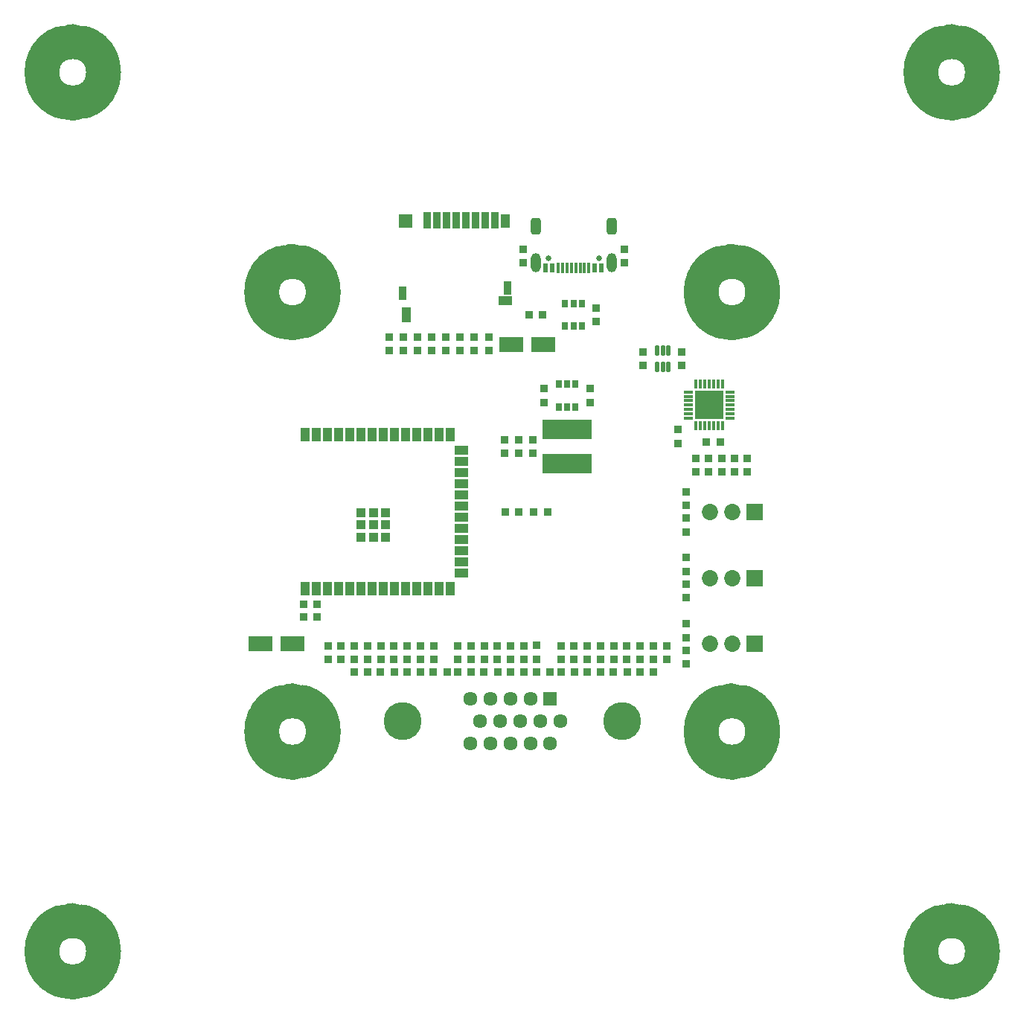
<source format=gts>
G04*
G04 #@! TF.GenerationSoftware,Altium Limited,Altium Designer,22.2.1 (43)*
G04*
G04 Layer_Color=8388736*
%FSLAX25Y25*%
%MOIN*%
G70*
G04*
G04 #@! TF.SameCoordinates,9388D860-640C-4D59-96FC-9271E4276608*
G04*
G04*
G04 #@! TF.FilePolarity,Negative*
G04*
G01*
G75*
%ADD39C,0.15748*%
%ADD40R,0.13110X0.13110*%
%ADD41R,0.01339X0.04173*%
%ADD42R,0.04173X0.01339*%
%ADD43R,0.03747X0.03550*%
%ADD44R,0.02762X0.03747*%
%ADD45R,0.22054X0.08865*%
%ADD46R,0.03550X0.03747*%
%ADD47R,0.03943X0.06306*%
%ADD48R,0.06306X0.03943*%
%ADD49R,0.03943X0.03943*%
%ADD50R,0.04337X0.06502*%
%ADD51R,0.03550X0.05912*%
%ADD52R,0.05945X0.04173*%
%ADD53R,0.03550X0.06306*%
%ADD54R,0.03550X0.07290*%
%ADD55R,0.06306X0.06306*%
%ADD56R,0.04337X0.06306*%
%ADD57R,0.10636X0.06699*%
G04:AMPARAMS|DCode=58|XSize=44.16mil|YSize=18.17mil|CornerRadius=3.77mil|HoleSize=0mil|Usage=FLASHONLY|Rotation=90.000|XOffset=0mil|YOffset=0mil|HoleType=Round|Shape=RoundedRectangle|*
%AMROUNDEDRECTD58*
21,1,0.04416,0.01063,0,0,90.0*
21,1,0.03661,0.01817,0,0,90.0*
1,1,0.00754,0.00532,0.01831*
1,1,0.00754,0.00532,-0.01831*
1,1,0.00754,-0.00532,-0.01831*
1,1,0.00754,-0.00532,0.01831*
%
%ADD58ROUNDEDRECTD58*%
%ADD59R,0.02402X0.04173*%
%ADD60R,0.01221X0.04764*%
%ADD61C,0.07290*%
%ADD62R,0.07290X0.07290*%
%ADD63C,0.06337*%
%ADD64C,0.16998*%
%ADD65R,0.06337X0.06337*%
G04:AMPARAMS|DCode=66|XSize=74.87mil|YSize=43.37mil|CornerRadius=11.84mil|HoleSize=0mil|Usage=FLASHONLY|Rotation=270.000|XOffset=0mil|YOffset=0mil|HoleType=Round|Shape=RoundedRectangle|*
%AMROUNDEDRECTD66*
21,1,0.07487,0.01968,0,0,270.0*
21,1,0.05118,0.04337,0,0,270.0*
1,1,0.02368,-0.00984,-0.02559*
1,1,0.02368,-0.00984,0.02559*
1,1,0.02368,0.00984,0.02559*
1,1,0.02368,0.00984,-0.02559*
%
%ADD66ROUNDEDRECTD66*%
%ADD67O,0.04337X0.08668*%
%ADD68C,0.02677*%
D39*
X112106Y98425D02*
G03*
X112106Y98425I-13780J0D01*
G01*
X210531Y-196850D02*
G03*
X210531Y-196850I-13780J0D01*
G01*
X112106Y-98425D02*
G03*
X112106Y-98425I-13780J0D01*
G01*
X210531Y196850D02*
G03*
X210531Y196850I-13780J0D01*
G01*
X-183169Y196850D02*
G03*
X-183169Y196850I-13780J0D01*
G01*
X-84744Y98425D02*
G03*
X-84744Y98425I-13780J0D01*
G01*
Y-98425D02*
G03*
X-84744Y-98425I-13780J0D01*
G01*
X-183169Y-196850D02*
G03*
X-183169Y-196850I-13780J0D01*
G01*
D40*
X88090Y47795D02*
D03*
D41*
X82185Y57087D02*
D03*
X84153D02*
D03*
X86122D02*
D03*
X88090D02*
D03*
X90059D02*
D03*
X92028D02*
D03*
X93996D02*
D03*
Y38504D02*
D03*
X92028D02*
D03*
X90059D02*
D03*
X88090D02*
D03*
X86122D02*
D03*
X84153D02*
D03*
X82185D02*
D03*
D42*
X97382Y53701D02*
D03*
Y51732D02*
D03*
Y49764D02*
D03*
Y47795D02*
D03*
Y45827D02*
D03*
Y43858D02*
D03*
Y41890D02*
D03*
X78799D02*
D03*
Y43858D02*
D03*
Y45827D02*
D03*
Y47795D02*
D03*
Y49764D02*
D03*
Y51732D02*
D03*
Y53701D02*
D03*
D43*
X105283Y24016D02*
D03*
Y17913D02*
D03*
X-3445Y32283D02*
D03*
Y26181D02*
D03*
X34744Y55118D02*
D03*
Y49016D02*
D03*
X93734Y24016D02*
D03*
X99508D02*
D03*
X87959D02*
D03*
X82185D02*
D03*
X-64862Y-66043D02*
D03*
X-70768D02*
D03*
X-58957D02*
D03*
X-53051D02*
D03*
X-47146D02*
D03*
X27559D02*
D03*
X21752D02*
D03*
X33563D02*
D03*
X39469D02*
D03*
X45374D02*
D03*
X51279D02*
D03*
X57185Y-66043D02*
D03*
X-24508Y-66043D02*
D03*
X-18602D02*
D03*
X-12697D02*
D03*
X-6791D02*
D03*
X-886D02*
D03*
X74016Y36811D02*
D03*
X9154Y32283D02*
D03*
Y26181D02*
D03*
X37402Y85138D02*
D03*
X-76772Y-59941D02*
D03*
X50000Y117618D02*
D03*
X4724D02*
D03*
X-64862Y-59941D02*
D03*
X-58957D02*
D03*
X-53051D02*
D03*
X-47146D02*
D03*
X-41240D02*
D03*
X-82677Y-66043D02*
D03*
Y-59941D02*
D03*
X-70768Y-59941D02*
D03*
X-35335Y-66043D02*
D03*
Y-59941D02*
D03*
X45374D02*
D03*
X51279D02*
D03*
X99508Y17913D02*
D03*
X21752Y-59941D02*
D03*
X5020Y-66043D02*
D03*
X-24508Y-59941D02*
D03*
X10925Y-65945D02*
D03*
X-55118Y78248D02*
D03*
X-36158D02*
D03*
X-42527D02*
D03*
X-48895D02*
D03*
Y72146D02*
D03*
X57185Y-59941D02*
D03*
X77854Y8957D02*
D03*
Y2854D02*
D03*
Y-2854D02*
D03*
Y-8957D02*
D03*
X87959Y17913D02*
D03*
X58563Y71555D02*
D03*
Y65453D02*
D03*
X75886D02*
D03*
Y71555D02*
D03*
X77854Y-26673D02*
D03*
Y-32382D02*
D03*
Y-38484D02*
D03*
Y-56299D02*
D03*
Y-62008D02*
D03*
Y-68110D02*
D03*
X14272Y55118D02*
D03*
X50000Y111516D02*
D03*
X4724D02*
D03*
X-41240Y-66043D02*
D03*
X82185Y17913D02*
D03*
X27559Y-59941D02*
D03*
X33563D02*
D03*
X39469D02*
D03*
X-18602D02*
D03*
X-12697D02*
D03*
X-6791D02*
D03*
X-886D02*
D03*
X5020D02*
D03*
X10925Y-59842D02*
D03*
X-10683Y78248D02*
D03*
X68996Y-66043D02*
D03*
X-55118Y72146D02*
D03*
X-10683D02*
D03*
X-17051Y78248D02*
D03*
X-36158Y72146D02*
D03*
X-17051D02*
D03*
X-23420Y78248D02*
D03*
X-42527Y72146D02*
D03*
X-23420D02*
D03*
X93734Y17913D02*
D03*
X77854Y-20571D02*
D03*
Y-50197D02*
D03*
X14272Y49016D02*
D03*
X2854Y26181D02*
D03*
Y32283D02*
D03*
X68996Y-59941D02*
D03*
X63090Y-66043D02*
D03*
Y-59941D02*
D03*
X-29789Y72146D02*
D03*
Y78248D02*
D03*
X-76772Y-66043D02*
D03*
X37402Y91240D02*
D03*
X74016Y30709D02*
D03*
D44*
X24508Y47047D02*
D03*
X28248D02*
D03*
Y57087D02*
D03*
X24508D02*
D03*
X20768D02*
D03*
Y47047D02*
D03*
X31102Y93209D02*
D03*
X27362D02*
D03*
X23622D02*
D03*
Y83169D02*
D03*
X27362D02*
D03*
X31102D02*
D03*
D45*
X24508Y36890D02*
D03*
Y21732D02*
D03*
D46*
X-70866Y-71850D02*
D03*
X-64764D02*
D03*
X-59055D02*
D03*
X-47244D02*
D03*
X-52953D02*
D03*
X-35433D02*
D03*
X-41142D02*
D03*
X21654D02*
D03*
X33465D02*
D03*
X27756D02*
D03*
X45276D02*
D03*
X39567D02*
D03*
X57087D02*
D03*
X51378D02*
D03*
X63189D02*
D03*
X-24606Y-71850D02*
D03*
X-18504D02*
D03*
X-12795D02*
D03*
X-984D02*
D03*
X-6693D02*
D03*
X5118D02*
D03*
X10827D02*
D03*
X86910Y31102D02*
D03*
X16929Y-71850D02*
D03*
X15650Y0D02*
D03*
X9547D02*
D03*
X-93602Y-47244D02*
D03*
X-87500D02*
D03*
X-29331Y-71850D02*
D03*
X93012Y31102D02*
D03*
X-3150Y0D02*
D03*
X2953D02*
D03*
X-93602Y-41339D02*
D03*
X-87500D02*
D03*
X13484Y88189D02*
D03*
X7382D02*
D03*
D47*
X-92756Y-34449D02*
D03*
X-87756D02*
D03*
X-47756D02*
D03*
X-42756D02*
D03*
X-37756D02*
D03*
X-27756Y34449D02*
D03*
X-42756D02*
D03*
X-47756D02*
D03*
X-72756D02*
D03*
X-77756D02*
D03*
X-82756D02*
D03*
X-87756D02*
D03*
X-92756D02*
D03*
X-82756Y-34449D02*
D03*
X-77756D02*
D03*
X-72756D02*
D03*
X-67756D02*
D03*
X-62756D02*
D03*
X-32756Y34449D02*
D03*
X-37756D02*
D03*
X-57756Y-34449D02*
D03*
X-52756D02*
D03*
X-32756D02*
D03*
X-27756D02*
D03*
X-52756Y34449D02*
D03*
X-57756D02*
D03*
X-62756D02*
D03*
X-67756D02*
D03*
D48*
X-22835Y-27500D02*
D03*
Y-22500D02*
D03*
Y-17500D02*
D03*
Y-12500D02*
D03*
Y-7500D02*
D03*
Y-2500D02*
D03*
Y2500D02*
D03*
Y7500D02*
D03*
Y12500D02*
D03*
Y17500D02*
D03*
Y22500D02*
D03*
Y27500D02*
D03*
D49*
X-62362Y-5906D02*
D03*
X-67874D02*
D03*
Y-11417D02*
D03*
X-62362D02*
D03*
X-56850D02*
D03*
Y-5906D02*
D03*
Y-394D02*
D03*
X-62362D02*
D03*
X-67874D02*
D03*
D50*
X-47524Y88213D02*
D03*
D51*
X-49098Y97760D02*
D03*
D52*
X-3331Y94413D02*
D03*
D53*
X-2051Y100319D02*
D03*
D54*
X-38075Y130732D02*
D03*
X-33744D02*
D03*
X-29413D02*
D03*
X-25083D02*
D03*
X-20752D02*
D03*
X-16421D02*
D03*
X-12091D02*
D03*
X-7760D02*
D03*
D55*
X-47721Y130240D02*
D03*
D56*
X-3035D02*
D03*
D57*
X-98622Y-59153D02*
D03*
X-112795D02*
D03*
X-394Y74803D02*
D03*
X13780D02*
D03*
D58*
X64764Y64744D02*
D03*
X67323D02*
D03*
X69882D02*
D03*
Y72264D02*
D03*
X67323D02*
D03*
X64764D02*
D03*
D59*
X39961Y109232D02*
D03*
X14764D02*
D03*
X36811D02*
D03*
X17913D02*
D03*
D60*
X26378D02*
D03*
X28346D02*
D03*
X24409D02*
D03*
X22441D02*
D03*
X20472D02*
D03*
X30315D02*
D03*
X32283D02*
D03*
X34252D02*
D03*
D61*
X88425Y0D02*
D03*
X98425D02*
D03*
Y-59252D02*
D03*
X88425D02*
D03*
X98425Y-29626D02*
D03*
X88425D02*
D03*
D62*
X108425Y0D02*
D03*
Y-59252D02*
D03*
Y-29626D02*
D03*
D63*
X-18937Y-103839D02*
D03*
X-9961D02*
D03*
X-984D02*
D03*
X7992D02*
D03*
X16969D02*
D03*
X-14449Y-93839D02*
D03*
X-5472D02*
D03*
X3504D02*
D03*
X12480D02*
D03*
X21457D02*
D03*
X-18937Y-83839D02*
D03*
X-9961D02*
D03*
X-984D02*
D03*
X7992D02*
D03*
D64*
X49213Y-93839D02*
D03*
X-49173D02*
D03*
D65*
X16969Y-83839D02*
D03*
D66*
X44370Y127953D02*
D03*
X10354D02*
D03*
D67*
X44370Y111496D02*
D03*
X10354D02*
D03*
D68*
X15984Y113465D02*
D03*
X38740D02*
D03*
M02*

</source>
